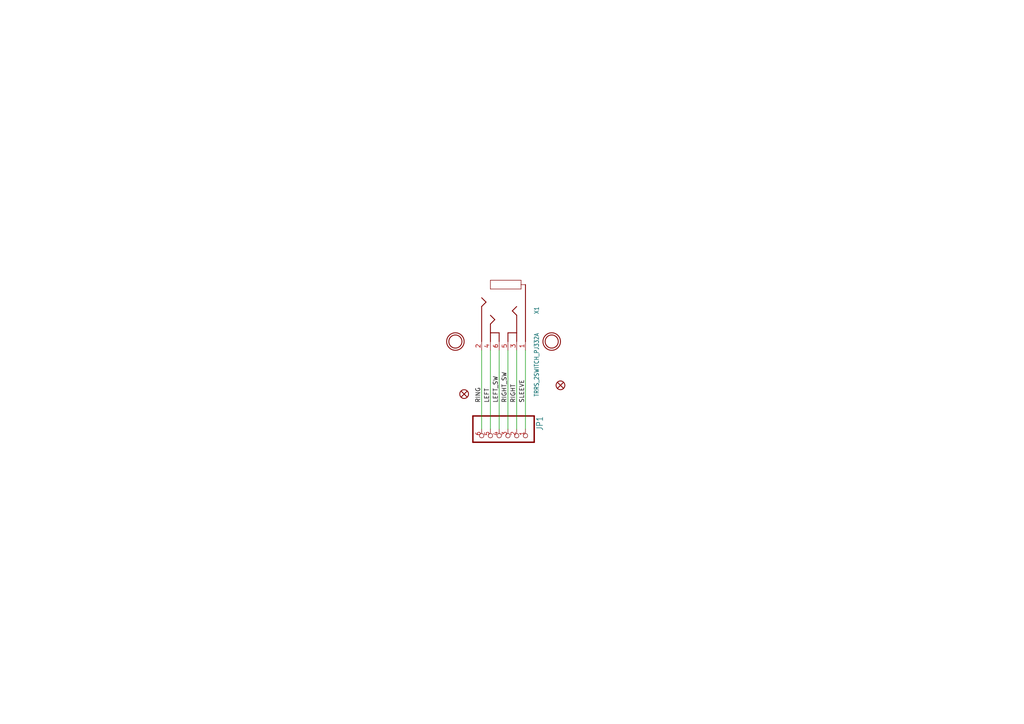
<source format=kicad_sch>
(kicad_sch (version 20230121) (generator eeschema)
  (paper "A4")
  (lib_symbols
    (symbol "working-eagle-import:FIDUCIAL_1MM"
      (symbol "FIDUCIAL_1MM_1_0"
        (polyline (pts (xy -0.762 0.762) (xy 0.762 -0.762)) (stroke (width 0.254)))
        (polyline (pts (xy 0.762 0.762) (xy -0.762 -0.762)) (stroke (width 0.254)))
        (circle (center 0 0) (radius 1.27) (stroke (width 0.254)))
      )
    )
    (symbol "working-eagle-import:HEADER-1X670MIL"
      (property "Reference" "JP" (at -6.35 10.795 0))
      (symbol "HEADER-1X670MIL_1_0"
        (polyline (pts (xy -6.35 -7.62) (xy 1.27 -7.62)) (stroke (width 0.4064)))
        (polyline (pts (xy -6.35 10.16) (xy -6.35 -7.62)) (stroke (width 0.4064)))
        (polyline (pts (xy 1.27 -7.62) (xy 1.27 10.16)) (stroke (width 0.4064)))
        (polyline (pts (xy 1.27 10.16) (xy -6.35 10.16)) (stroke (width 0.4064)))
        (pin passive inverted (at -2.54 7.62 0) (length 2.54) (name "1") (number "1"))
        (pin passive inverted (at -2.54 5.08 0) (length 2.54) (name "2") (number "2"))
        (pin passive inverted (at -2.54 2.54 0) (length 2.54) (name "3") (number "3"))
        (pin passive inverted (at -2.54 0 0) (length 2.54) (name "4") (number "4"))
        (pin passive inverted (at -2.54 -2.54 0) (length 2.54) (name "5") (number "5"))
        (pin passive inverted (at -2.54 -5.08 0) (length 2.54) (name "6") (number "6"))
      )
    )
    (symbol "working-eagle-import:MOUNTINGHOLE2.0"
      (symbol "MOUNTINGHOLE2.0_1_0"
        (circle (center 0 0) (radius 1.905) (stroke (width 0.254)))
        (circle (center 0 0) (radius 2.54) (stroke (width 0.254)))
      )
    )
    (symbol "working-eagle-import:TRRS_2SWITCH_PJ332A"
      (property "Reference" "X" (at -2.54 10.16 0))
      (symbol "TRRS_2SWITCH_PJ332A_1_0"
        (polyline (pts (xy -10.16 -2.54) (xy -10.16 6.35)) (stroke (width 0.1524)))
        (polyline (pts (xy -10.16 6.35) (xy -8.89 6.35)) (stroke (width 0.1524)))
        (polyline (pts (xy -8.89 6.35) (xy -7.62 6.35)) (stroke (width 0.1524)))
        (polyline (pts (xy -8.89 7.62) (xy -8.89 6.35)) (stroke (width 0.1524)))
        (polyline (pts (xy -7.62 -2.54) (xy -10.16 -2.54)) (stroke (width 0.1524)))
        (polyline (pts (xy -7.62 6.35) (xy -7.62 -2.54)) (stroke (width 0.1524)))
        (polyline (pts (xy -3.81 -3.81) (xy -5.08 -5.08)) (stroke (width 0.254)))
        (polyline (pts (xy -2.54 -5.08) (xy -3.81 -3.81)) (stroke (width 0.254)))
        (polyline (pts (xy -1.27 3.81) (xy -2.54 5.08)) (stroke (width 0.254)))
        (polyline (pts (xy 0 5.08) (xy -1.27 3.81)) (stroke (width 0.254)))
        (polyline (pts (xy 1.27 -1.27) (xy 0 -2.54)) (stroke (width 0.254)))
        (polyline (pts (xy 2.54 -2.54) (xy 1.27 -1.27)) (stroke (width 0.254)))
        (polyline (pts (xy 5.08 -2.54) (xy 2.54 -2.54)) (stroke (width 0.254)))
        (polyline (pts (xy 5.08 0) (xy 5.08 -2.54)) (stroke (width 0.254)))
        (polyline (pts (xy 5.08 2.54) (xy 5.08 5.08)) (stroke (width 0.254)))
        (polyline (pts (xy 5.08 5.08) (xy 0 5.08)) (stroke (width 0.254)))
        (polyline (pts (xy 7.62 -5.08) (xy -2.54 -5.08)) (stroke (width 0.254)))
        (polyline (pts (xy 7.62 -2.54) (xy 5.08 -2.54)) (stroke (width 0.254)))
        (polyline (pts (xy 7.62 0) (xy 5.08 0)) (stroke (width 0.254)))
        (polyline (pts (xy 7.62 2.54) (xy 5.08 2.54)) (stroke (width 0.254)))
        (polyline (pts (xy 7.62 5.08) (xy 5.08 5.08)) (stroke (width 0.254)))
        (polyline (pts (xy 7.62 7.62) (xy -8.89 7.62)) (stroke (width 0.254)))
        (pin passive line (at 10.16 7.62 180) (length 2.54) (name "RING") (number "1"))
        (pin passive line (at 10.16 -5.08 180) (length 2.54) (name "RING1") (number "2"))
        (pin passive line (at 10.16 5.08 180) (length 2.54) (name "RING2") (number "3"))
        (pin passive line (at 10.16 -2.54 180) (length 2.54) (name "TIP") (number "4"))
        (pin passive line (at 10.16 2.54 180) (length 2.54) (name "R2_SW") (number "5"))
        (pin passive line (at 10.16 0 180) (length 2.54) (name "TIP_SW") (number "6"))
      )
    )
  )
  (wire (pts (xy 149.86 124.46) (xy 149.86 101.6)) (stroke (width 0.1524)))
  (wire (pts (xy 139.7 124.46) (xy 139.7 101.6)) (stroke (width 0.1524)))
  (wire (pts (xy 144.78 124.46) (xy 144.78 101.6)) (stroke (width 0.1524)))
  (wire (pts (xy 152.4 124.46) (xy 152.4 101.6)) (stroke (width 0.1524)))
  (wire (pts (xy 147.32 124.46) (xy 147.32 101.6)) (stroke (width 0.1524)))
  (wire (pts (xy 142.24 124.46) (xy 142.24 101.6)) (stroke (width 0.1524)))
  (label "SLEEVE" (at 152.4 116.84 90) (effects (font (size 1.2446 1.2446))))
  (label "RING" (at 139.7 116.84 90) (effects (font (size 1.2446 1.2446))))
  (label "LEFT_SW" (at 144.78 116.84 90) (effects (font (size 1.2446 1.2446))))
  (label "RIGHT_SW" (at 147.32 116.84 90) (effects (font (size 1.2446 1.2446))))
  (label "RIGHT" (at 149.86 116.84 90) (effects (font (size 1.2446 1.2446))))
  (label "LEFT" (at 142.24 116.84 90) (effects (font (size 1.2446 1.2446))))
  (symbol (lib_id "working-eagle-import:TRRS_2SWITCH_PJ332A") (at 144.78 91.44 270) (unit 1)
    (property "Reference" "X1" (at 154.94 88.9 0) (effects (font (size 1.27 1.0795)) (justify left bottom)))
    (property "Value" "TRRS_2SWITCH_PJ332A" (at 154.94 96.52 0) (effects (font (size 1.27 1.0795)) (justify left bottom)))
    (property "Footprint" "working:PJ-332A" (effects hide))
  )
  (symbol (lib_id "working-eagle-import:HEADER-1X670MIL") (at 144.78 127 270) (unit 1)
    (property "Reference" "JP1" (at 155.575 120.65 0) (effects (font (size 1.778 1.5113)) (justify left bottom)))
    (property "Value" "HEADER-1X670MIL" (effects hide))
    (property "Footprint" "working:1X06_ROUND_70" (effects hide))
  )
  (symbol (lib_id "working-eagle-import:FIDUCIAL_1MM") (at 134.62 114.3 0) (unit 1)
    (property "Reference" "FID1" (effects hide))
    (property "Value" "FIDUCIAL_1MM" (effects hide))
    (property "Footprint" "working:FIDUCIAL_1MM" (effects hide))
  )
  (symbol (lib_id "working-eagle-import:MOUNTINGHOLE2.0") (at 132.08 99.06 0) (unit 1)
    (property "Reference" "U$2" (effects hide))
    (property "Value" "MOUNTINGHOLE2.0" (effects hide))
    (property "Footprint" "working:MOUNTINGHOLE_2.0_PLATED" (effects hide))
  )
  (symbol (lib_id "working-eagle-import:MOUNTINGHOLE2.0") (at 160.02 99.06 0) (unit 1)
    (property "Reference" "U$4" (effects hide))
    (property "Value" "MOUNTINGHOLE2.0" (effects hide))
    (property "Footprint" "working:MOUNTINGHOLE_2.0_PLATED" (effects hide))
  )
  (symbol (lib_id "working-eagle-import:FIDUCIAL_1MM") (at 162.56 111.76 0) (unit 1)
    (property "Reference" "FID2" (effects hide))
    (property "Value" "FIDUCIAL_1MM" (effects hide))
    (property "Footprint" "working:FIDUCIAL_1MM" (effects hide))
  )
)
</source>
